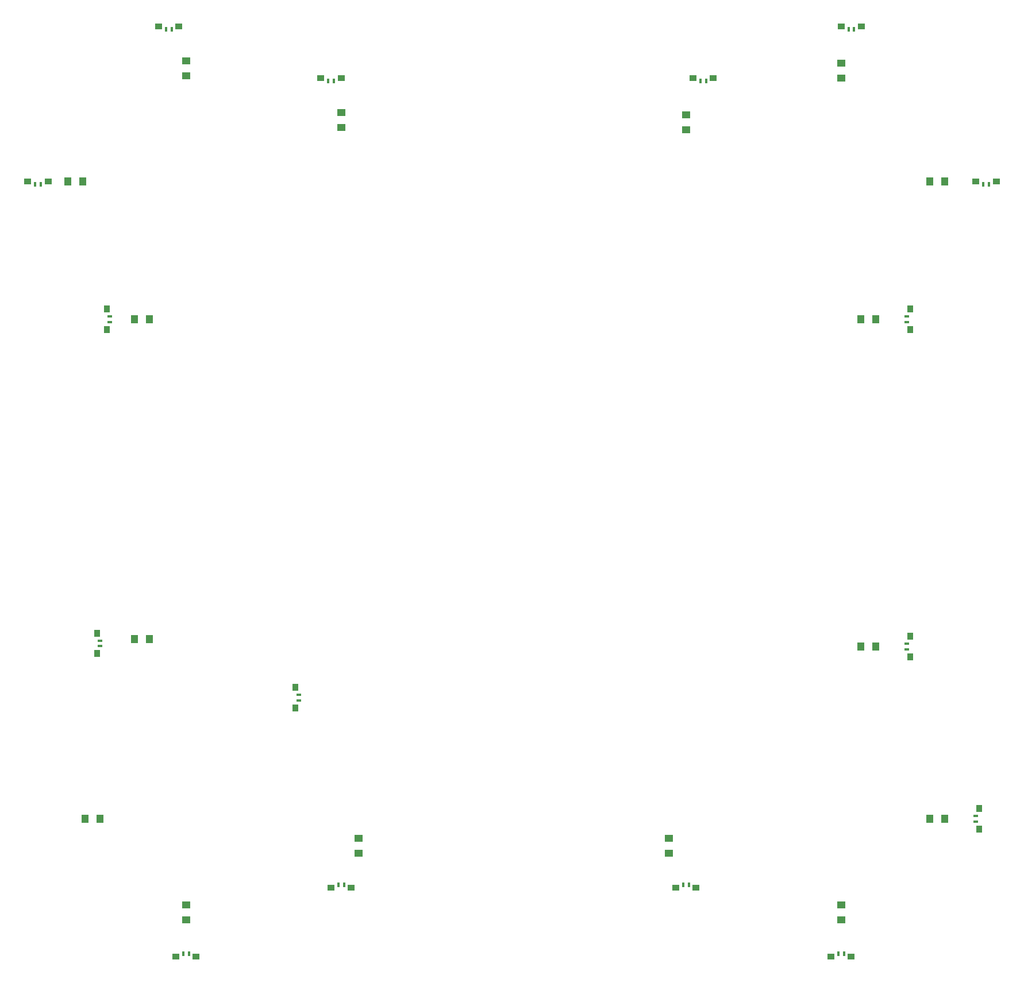
<source format=gtp>
%TF.GenerationSoftware,KiCad,Pcbnew,8.0.5*%
%TF.CreationDate,2024-11-19T19:18:07-05:00*%
%TF.ProjectId,line_sensor_pcb,6c696e65-5f73-4656-9e73-6f725f706362,rev?*%
%TF.SameCoordinates,Original*%
%TF.FileFunction,Paste,Top*%
%TF.FilePolarity,Positive*%
%FSLAX46Y46*%
G04 Gerber Fmt 4.6, Leading zero omitted, Abs format (unit mm)*
G04 Created by KiCad (PCBNEW 8.0.5) date 2024-11-19 19:18:07*
%MOMM*%
%LPD*%
G01*
G04 APERTURE LIST*
%ADD10R,0.900000X1.000000*%
%ADD11R,0.800000X0.400000*%
%ADD12R,1.000000X1.250000*%
%ADD13R,1.250000X1.000000*%
%ADD14R,1.000000X0.900000*%
%ADD15R,0.400000X0.800000*%
G04 APERTURE END LIST*
D10*
%TO.C,D10*%
X157480000Y-115340000D03*
X157480000Y-118340000D03*
D11*
X157030000Y-117240000D03*
X157030000Y-116440000D03*
%TD*%
D10*
%TO.C,D1*%
X167640000Y-140740000D03*
X167640000Y-143740000D03*
D11*
X167190000Y-142640000D03*
X167190000Y-141840000D03*
%TD*%
D12*
%TO.C,LED10*%
X152400000Y-116840000D03*
X150200000Y-116840000D03*
%TD*%
%TO.C,LED1*%
X162560000Y-142240000D03*
X160360000Y-142240000D03*
%TD*%
%TO.C,LED13*%
X38100000Y-142240000D03*
X35900000Y-142240000D03*
%TD*%
%TO.C,LED7*%
X33360000Y-48260000D03*
X35560000Y-48260000D03*
%TD*%
D13*
%TO.C,LED6*%
X76200000Y-145120000D03*
X76200000Y-147320000D03*
%TD*%
D14*
%TO.C,D5*%
X125960000Y-152400000D03*
X122960000Y-152400000D03*
D15*
X124060000Y-151950000D03*
X124860000Y-151950000D03*
%TD*%
D13*
%TO.C,LED3*%
X50800000Y-30480000D03*
X50800000Y-32680000D03*
%TD*%
D10*
%TO.C,D9*%
X157480000Y-67080000D03*
X157480000Y-70080000D03*
D11*
X157030000Y-68980000D03*
X157030000Y-68180000D03*
%TD*%
D14*
%TO.C,D3*%
X46760000Y-25400000D03*
X49760000Y-25400000D03*
D15*
X48660000Y-25850000D03*
X47860000Y-25850000D03*
%TD*%
D13*
%TO.C,LED9*%
X50800000Y-154940000D03*
X50800000Y-157140000D03*
%TD*%
D14*
%TO.C,D8*%
X70660000Y-33020000D03*
X73660000Y-33020000D03*
D15*
X72560000Y-33470000D03*
X71760000Y-33470000D03*
%TD*%
D14*
%TO.C,D12*%
X27480000Y-48260000D03*
X30480000Y-48260000D03*
D15*
X29380000Y-48710000D03*
X28580000Y-48710000D03*
%TD*%
D13*
%TO.C,LED2*%
X121920000Y-145120000D03*
X121920000Y-147320000D03*
%TD*%
D10*
%TO.C,D2*%
X37700000Y-117890000D03*
X37700000Y-114890000D03*
D11*
X38150000Y-115990000D03*
X38150000Y-116790000D03*
%TD*%
D13*
%TO.C,LED5*%
X147320000Y-154940000D03*
X147320000Y-157140000D03*
%TD*%
%TO.C,LED8*%
X73660000Y-38100000D03*
X73660000Y-40300000D03*
%TD*%
D14*
%TO.C,D11*%
X52300000Y-162560000D03*
X49300000Y-162560000D03*
D15*
X50400000Y-162110000D03*
X51200000Y-162110000D03*
%TD*%
D13*
%TO.C,LED4*%
X124460000Y-38440000D03*
X124460000Y-40640000D03*
%TD*%
D14*
%TO.C,D6*%
X75160000Y-152400000D03*
X72160000Y-152400000D03*
D15*
X73260000Y-151950000D03*
X74060000Y-151950000D03*
%TD*%
D13*
%TO.C,LED12*%
X147320000Y-30820000D03*
X147320000Y-33020000D03*
%TD*%
D14*
%TO.C,D14*%
X167180000Y-48260000D03*
X170180000Y-48260000D03*
D15*
X169080000Y-48710000D03*
X168280000Y-48710000D03*
%TD*%
D12*
%TO.C,LED16*%
X162560000Y-48260000D03*
X160360000Y-48260000D03*
%TD*%
D14*
%TO.C,D7*%
X148820000Y-162560000D03*
X145820000Y-162560000D03*
D15*
X146920000Y-162110000D03*
X147720000Y-162110000D03*
%TD*%
D12*
%TO.C,LED11*%
X43180000Y-68580000D03*
X45380000Y-68580000D03*
%TD*%
%TO.C,LED14*%
X152400000Y-68580000D03*
X150200000Y-68580000D03*
%TD*%
D10*
%TO.C,D16*%
X39140000Y-70080000D03*
X39140000Y-67080000D03*
D11*
X39590000Y-68180000D03*
X39590000Y-68980000D03*
%TD*%
D14*
%TO.C,D4*%
X125500000Y-33020000D03*
X128500000Y-33020000D03*
D15*
X127400000Y-33470000D03*
X126600000Y-33470000D03*
%TD*%
D12*
%TO.C,LED15*%
X43180000Y-115740000D03*
X45380000Y-115740000D03*
%TD*%
D14*
%TO.C,D13*%
X147320000Y-25400000D03*
X150320000Y-25400000D03*
D15*
X149220000Y-25850000D03*
X148420000Y-25850000D03*
%TD*%
D10*
%TO.C,D15*%
X66925700Y-125890000D03*
X66925700Y-122890000D03*
D11*
X67375700Y-123990000D03*
X67375700Y-124790000D03*
%TD*%
M02*

</source>
